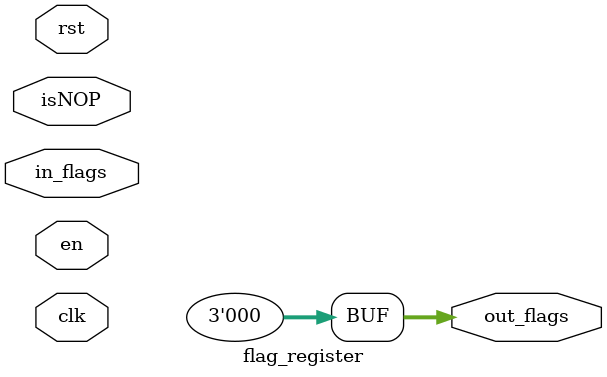
<source format=v>
module flag_register(isNOP, rst,in_flags,en,clk,out_flags);
///////////////////////////////////
//*this module is used to reset flags in//
// the appropriate edge* and change their values//
//////////////////////////////////
input [4:0] isNOP;
input [2:0] in_flags; // input flags next phase
input rst,clk,en;//reset and clock
output reg [2:0] out_flags;

always@(negedge clk) begin // next phase
	if(en&&!rst&&isNOP!==5'b01010)
		out_flags=in_flags;
	//no else we need a latch بالفعل
end

always@(rst)begin //need to check it from TA
	out_flags= 3'b000;
end



endmodule

</source>
